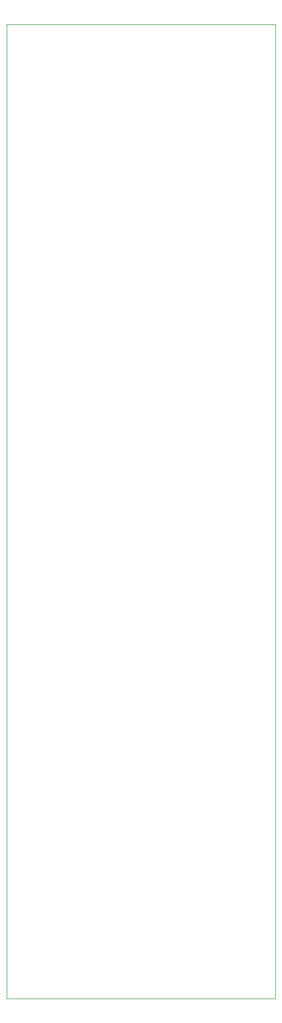
<source format=gbr>
%TF.GenerationSoftware,KiCad,Pcbnew,(5.1.10)-1*%
%TF.CreationDate,2022-06-09T20:54:53-04:00*%
%TF.ProjectId,ATtiny85 Motor Circuit,41547469-6e79-4383-9520-4d6f746f7220,rev?*%
%TF.SameCoordinates,Original*%
%TF.FileFunction,Profile,NP*%
%FSLAX46Y46*%
G04 Gerber Fmt 4.6, Leading zero omitted, Abs format (unit mm)*
G04 Created by KiCad (PCBNEW (5.1.10)-1) date 2022-06-09 20:54:53*
%MOMM*%
%LPD*%
G01*
G04 APERTURE LIST*
%TA.AperFunction,Profile*%
%ADD10C,0.050000*%
%TD*%
G04 APERTURE END LIST*
D10*
X153035000Y-24130000D02*
X109220000Y-24130000D01*
X153035000Y-182880000D02*
X153035000Y-24130000D01*
X109220000Y-182880000D02*
X153035000Y-182880000D01*
X109220000Y-24130000D02*
X109220000Y-182880000D01*
M02*

</source>
